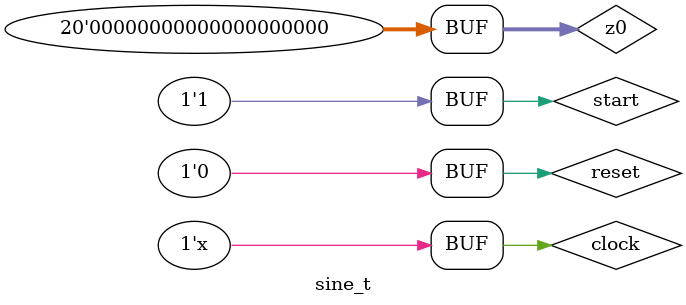
<source format=v>
`timescale 1ns / 1ps

module sine_t;

	// Inputs
	reg [19:0] z0;
	reg start;
	reg clock;
	reg reset;

	// Outputs
	wire [19:0] cos_z0;
	wire [19:0] sin_z0;
	wire done;

	// Instantiate the Unit Under Test (UUT)
	sine uut (
		.cos_z0(cos_z0), 
		.sin_z0(sin_z0), 
		.done(done), 
		.z0(z0), 
		.start(start), 
		.clock(clock), 
		.reset(reset)
	);

	initial begin
		// Initialize Inputs
		z0 = 0;
		start = 0;
		clock = 0;
		reset = 0;

		// Wait 100 ns for global reset to finish
		#100;
        
		// Add stimulus here
		start = 1;
		z0 = 0;
		
		

	end
	always #5 clock =~clock;
;      
endmodule


</source>
